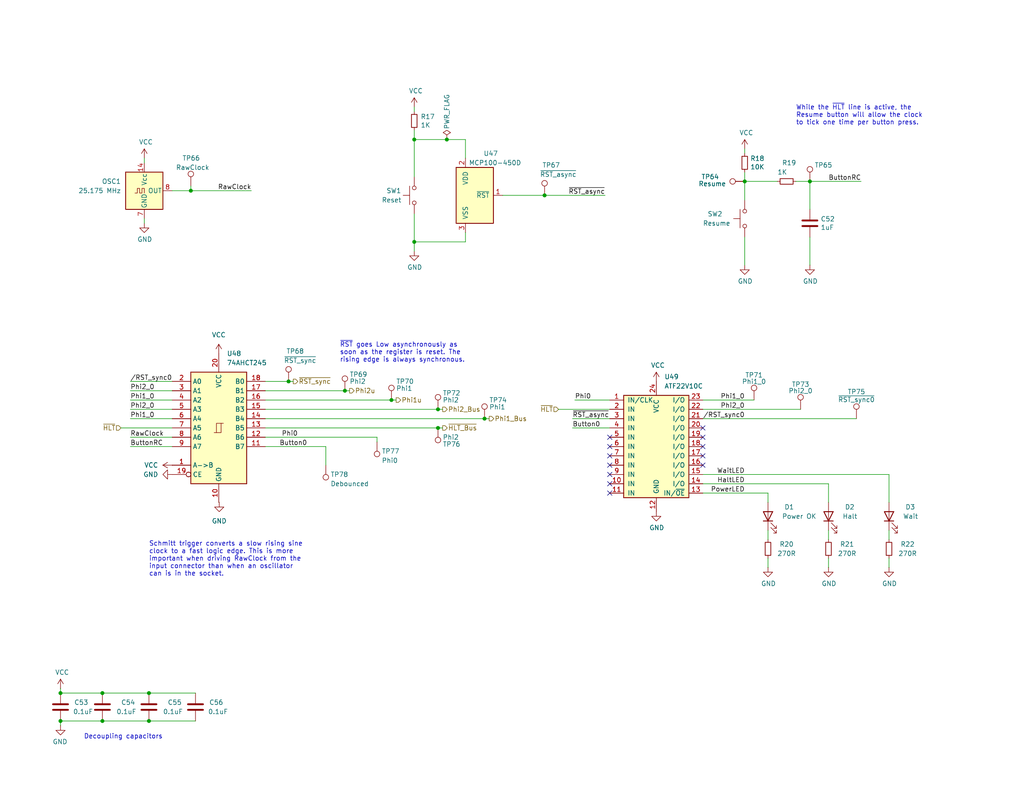
<source format=kicad_sch>
(kicad_sch (version 20250114) (generator "eeschema") (generator_version "9.0")
  (paper "USLetter")
  (title_block (title "Turtle16: Clock") (date "2025-07-11") (rev "A"))
  (lib_symbols
    (symbol "Connector:TestPoint" (pin_numbers (hide yes)) (pin_names (offset 0.762) (hide yes))
      (property "Reference" "TP" (at 0 6.858 0))
      (property "Value" "TestPoint" (at 0 5.08 0))
      (symbol "TestPoint_0_1"
        (circle (center 0 3.302) (radius 0.762))
      )
      (symbol "TestPoint_1_1"
        (pin passive line (at 0 0 90) (length 2.54) (name "1") (number "1"))
      )
    )
    (symbol "Device:C" (pin_numbers (hide yes)) (pin_names (offset 0.254))
      (property "Reference" "C" (at 0.635 2.54 0))
      (property "Value" "C" (at 0.635 -2.54 0))
      (symbol "C_0_1"
        (polyline (pts (xy -2.032 0.762) (xy 2.032 0.762)) (stroke (width 0.508)))
        (polyline (pts (xy -2.032 -0.762) (xy 2.032 -0.762)) (stroke (width 0.508)))
      )
      (symbol "C_1_1"
        (pin passive line (at 0 3.81 270) (length 2.794) (name "~") (number "1"))
        (pin passive line (at 0 -3.81 90) (length 2.794) (name "~") (number "2"))
      )
    )
    (symbol "Device:LED" (pin_numbers (hide yes)) (pin_names (offset 1.016) (hide yes))
      (property "Reference" "D" (at 0 2.54 0))
      (property "Value" "LED" (at 0 -2.54 0))
      (symbol "LED_0_1"
        (polyline (pts (xy -3.048 -0.762) (xy -4.572 -2.286) (xy -3.81 -2.286) (xy -4.572 -2.286) (xy -4.572 -1.524)))
        (polyline (pts (xy -1.778 -0.762) (xy -3.302 -2.286) (xy -2.54 -2.286) (xy -3.302 -2.286) (xy -3.302 -1.524)))
        (polyline (pts (xy -1.27 0) (xy 1.27 0)))
        (polyline (pts (xy -1.27 -1.27) (xy -1.27 1.27)) (stroke (width 0.254)))
        (polyline (pts (xy 1.27 -1.27) (xy 1.27 1.27) (xy -1.27 0) (xy 1.27 -1.27)) (stroke (width 0.254)))
      )
      (symbol "LED_1_1"
        (pin passive line (at -3.81 0 0) (length 2.54) (name "K") (number "1"))
        (pin passive line (at 3.81 0 180) (length 2.54) (name "A") (number "2"))
      )
    )
    (symbol "Device:R_Small" (pin_numbers (hide yes)) (pin_names (offset 0.254) (hide yes))
      (property "Reference" "R" (at 0 0 90))
      (property "Value" "R_Small" (at 1.778 0 90))
      (symbol "R_Small_0_1"
        (rectangle (start -0.762 1.778) (end 0.762 -1.778) (stroke (width 0.2032)))
      )
      (symbol "R_Small_1_1"
        (pin passive line (at 0 2.54 270) (length 0.762) (name "~") (number "1"))
        (pin passive line (at 0 -2.54 90) (length 0.762) (name "~") (number "2"))
      )
    )
    (symbol "Oscillator:ACO-xxxMHz" (pin_names (offset 0.254))
      (property "Reference" "Y" (at -5.08 6.35 0))
      (property "Value" "ACO-xxxMHz" (at 1.27 -6.35 0))
      (symbol "ACO-xxxMHz_0_1"
        (rectangle (start -5.08 5.08) (end 5.08 -5.08) (stroke (width 0.254)) (fill (type background)))
        (polyline (pts (xy -2.54 -0.635) (xy -1.905 -0.635) (xy -1.905 0.635) (xy -1.27 0.635) (xy -1.27 -0.635) (xy -0.635 -0.635) (xy -0.635 0.635) (xy 0 0.635) (xy 0 -0.635)))
      )
      (symbol "ACO-xxxMHz_1_1"
        (pin no_connect line (at -5.08 2.54 0) (length 2.54) (hide yes) (name "NC") (number "1"))
        (pin power_in line (at 0 7.62 270) (length 2.54) (name "Vcc") (number "14"))
        (pin power_in line (at 0 -7.62 90) (length 2.54) (name "GND") (number "7"))
        (pin output line (at 7.62 0 180) (length 2.54) (name "OUT") (number "8"))
      )
    )
    (symbol "Power_Supervisor:MCP100-450D" (pin_names (offset 1.016))
      (property "Reference" "U" (at 0 8.89 0))
      (property "Value" "MCP100-450D" (at -1.27 -8.89 0))
      (symbol "MCP100-450D_1_1"
        (rectangle (start -5.08 7.62) (end 5.08 -7.62) (stroke (width 0.254)) (fill (type background)))
        (pin power_in line (at -2.54 10.16 270) (length 2.54) (name "VDD") (number "2"))
        (pin power_in line (at -2.54 -10.16 90) (length 2.54) (name "VSS") (number "3"))
        (pin output line (at 7.62 0 180) (length 2.54) (name "~{RST}") (number "1"))
      )
    )
    (symbol "Switch:SW_Push" (pin_numbers (hide yes)) (pin_names (offset 1.016) (hide yes))
      (property "Reference" "SW" (at 1.27 2.54 0))
      (property "Value" "SW_Push" (at 0 -1.524 0))
      (symbol "SW_Push_0_1"
        (circle (center -2.032 0) (radius 0.508))
        (polyline (pts (xy 0 1.27) (xy 0 3.048)))
        (circle (center 2.032 0) (radius 0.508))
        (polyline (pts (xy 2.54 1.27) (xy -2.54 1.27)))
        (pin passive line (at -5.08 0 0) (length 2.54) (name "1") (number "1"))
        (pin passive line (at 5.08 0 180) (length 2.54) (name "2") (number "2"))
      )
    )
    (symbol "Turtle16:74AHCT245"
      (property "Reference" "U" (at 0 2.54 0))
      (property "Value" "74AHCT245" (at 0 2.54 0))
      (symbol "74AHCT245_1_0"
        (polyline (pts (xy -1.27 -1.27) (xy 0.635 -1.27) (xy 0.635 1.27) (xy 1.27 1.27)))
        (polyline (pts (xy -0.635 -1.27) (xy -0.635 1.27) (xy 0.635 1.27)))
        (pin tri_state line (at -12.7 12.7 0) (length 5.08) (name "A0") (number "2"))
        (pin tri_state line (at -12.7 10.16 0) (length 5.08) (name "A1") (number "3"))
        (pin tri_state line (at -12.7 7.62 0) (length 5.08) (name "A2") (number "4"))
        (pin tri_state line (at -12.7 5.08 0) (length 5.08) (name "A3") (number "5"))
        (pin tri_state line (at -12.7 2.54 0) (length 5.08) (name "A4") (number "6"))
        (pin tri_state line (at -12.7 0 0) (length 5.08) (name "A5") (number "7"))
        (pin tri_state line (at -12.7 -2.54 0) (length 5.08) (name "A6") (number "8"))
        (pin tri_state line (at -12.7 -5.08 0) (length 5.08) (name "A7") (number "9"))
        (pin input line (at -12.7 -10.16 0) (length 5.08) (name "A->B") (number "1"))
        (pin input inverted (at -12.7 -12.7 0) (length 5.08) (name "CE") (number "19"))
        (pin power_in line (at 0 20.32 270) (length 5.08) (name "VCC") (number "20"))
        (pin power_in line (at 0 -20.32 90) (length 5.08) (name "GND") (number "10"))
        (pin tri_state line (at 12.7 12.7 180) (length 5.08) (name "B0") (number "18"))
        (pin tri_state line (at 12.7 10.16 180) (length 5.08) (name "B1") (number "17"))
        (pin tri_state line (at 12.7 7.62 180) (length 5.08) (name "B2") (number "16"))
        (pin tri_state line (at 12.7 5.08 180) (length 5.08) (name "B3") (number "15"))
        (pin tri_state line (at 12.7 2.54 180) (length 5.08) (name "B4") (number "14"))
        (pin tri_state line (at 12.7 0 180) (length 5.08) (name "B5") (number "13"))
        (pin tri_state line (at 12.7 -2.54 180) (length 5.08) (name "B6") (number "12"))
        (pin tri_state line (at 12.7 -5.08 180) (length 5.08) (name "B7") (number "11"))
      )
      (symbol "74AHCT245_1_1"
        (rectangle (start -7.62 15.24) (end 7.62 -15.24) (stroke (width 0.254)) (fill (type background)))
      )
    )
    (symbol "Turtle16:ATF22V10C" (pin_names (offset 1.016))
      (symbol "ATF22V10C_1_1"
        (rectangle (start -8.89 -15.24) (end 8.89 12.7) (stroke (width 0.254)) (fill (type background)))
        (pin input line (at -12.7 11.43 0) (length 3.81) (name "IN/CLK") (number "1"))
        (pin input line (at -12.7 8.89 0) (length 3.81) (name "IN") (number "2"))
        (pin input line (at -12.7 6.35 0) (length 3.81) (name "IN") (number "3"))
        (pin input line (at -12.7 3.81 0) (length 3.81) (name "IN") (number "4"))
        (pin input line (at -12.7 1.27 0) (length 3.81) (name "IN") (number "5"))
        (pin input line (at -12.7 -1.27 0) (length 3.81) (name "IN") (number "6"))
        (pin input line (at -12.7 -3.81 0) (length 3.81) (name "IN") (number "7"))
        (pin input line (at -12.7 -6.35 0) (length 3.81) (name "IN") (number "8"))
        (pin input line (at -12.7 -8.89 0) (length 3.81) (name "IN") (number "9"))
        (pin input line (at -12.7 -11.43 0) (length 3.81) (name "IN") (number "10"))
        (pin input line (at -12.7 -13.97 0) (length 3.81) (name "IN") (number "11"))
        (pin power_in line (at 0 16.51 270) (length 3.81) (name "VCC") (number "24"))
        (pin power_in line (at 0 -19.05 90) (length 3.81) (name "GND") (number "12"))
        (pin passive line (at 12.7 11.43 180) (length 3.81) (name "I/O") (number "23"))
        (pin passive line (at 12.7 8.89 180) (length 3.81) (name "I/O") (number "22"))
        (pin passive line (at 12.7 6.35 180) (length 3.81) (name "I/O") (number "21"))
        (pin passive line (at 12.7 3.81 180) (length 3.81) (name "I/O") (number "20"))
        (pin passive line (at 12.7 1.27 180) (length 3.81) (name "I/O") (number "19"))
        (pin passive line (at 12.7 -1.27 180) (length 3.81) (name "I/O") (number "18"))
        (pin passive line (at 12.7 -3.81 180) (length 3.81) (name "I/O") (number "17"))
        (pin passive line (at 12.7 -6.35 180) (length 3.81) (name "I/O") (number "16"))
        (pin passive line (at 12.7 -8.89 180) (length 3.81) (name "I/O") (number "15"))
        (pin passive line (at 12.7 -11.43 180) (length 3.81) (name "I/O") (number "14"))
        (pin input line (at 12.7 -13.97 180) (length 3.81) (name "IN/~{OE}") (number "13"))
      )
    )
    (symbol "power:GND" (power) (pin_numbers (hide yes)) (pin_names (offset 0) (hide yes))
      (property "Value" "GND" (at 0 -3.81 0))
      (symbol "GND_0_1"
        (polyline (pts (xy 0 0) (xy 0 -1.27) (xy 1.27 -1.27) (xy 0 -2.54) (xy -1.27 -1.27) (xy 0 -1.27)))
      )
      (symbol "GND_1_1"
        (pin power_in line (at 0 0 270) (length 0) (name "~") (number "1"))
      )
    )
    (symbol "power:PWR_FLAG" (power) (pin_numbers (hide yes)) (pin_names (offset 0) (hide yes))
      (property "Value" "PWR_FLAG" (at 0 3.81 0))
      (symbol "PWR_FLAG_0_0"
        (pin power_out line (at 0 0 90) (length 0) (name "pwr") (number "1"))
      )
      (symbol "PWR_FLAG_0_1"
        (polyline (pts (xy 0 0) (xy 0 1.27) (xy -1.016 1.905) (xy 0 2.54) (xy 1.016 1.905) (xy 0 1.27)))
      )
    )
    (symbol "power:VCC" (power) (pin_numbers (hide yes)) (pin_names (offset 0) (hide yes))
      (property "Value" "VCC" (at 0 3.556 0))
      (symbol "VCC_0_1"
        (polyline (pts (xy -0.762 1.27) (xy 0 2.54)))
        (polyline (pts (xy 0 2.54) (xy 0.762 1.27)))
        (polyline (pts (xy 0 0) (xy 0 2.54)))
      )
      (symbol "VCC_1_1"
        (pin power_in line (at 0 0 90) (length 0) (name "~") (number "1"))
      )
    )
  )
  (text "~{RST} goes Low asynchronously as\nsoon as the register is reset. The\nrising edge is always synchronous." (at 92.71 99.06 0) (effects (font (size 1.27 1.27)) (justify left bottom)))
  (text "Schmitt trigger converts a slow rising sine\nclock to a fast logic edge. This is more\nimportant when driving RawClock from the\ninput connector than when an oscillator\ncan is in the socket." (at 40.64 157.48 0) (effects (font (size 1.27 1.27)) (justify left bottom)))
  (text "While the ~{HLT} line is active, the\nResume button will allow the clock\nto tick one time per button press." (at 217.17 34.29 0) (effects (font (size 1.27 1.27)) (justify left bottom)))
  (text "Decoupling capacitors" (at 22.86 201.93 0) (effects (font (size 1.27 1.27)) (justify left bottom)))
  (junction (at 148.59 53.34))
  (junction (at 106.807 109.22))
  (junction (at 16.51 189.23))
  (junction (at 119.507 116.84))
  (junction (at 121.92 38.1))
  (junction (at 220.98 49.53))
  (junction (at 52.07 52.07))
  (junction (at 203.2 49.53))
  (junction (at 27.94 196.85))
  (junction (at 27.94 189.23))
  (junction (at 40.64 196.85))
  (junction (at 16.51 196.85))
  (junction (at 94.107 106.68))
  (junction (at 78.74 104.14))
  (junction (at 113.03 66.04))
  (junction (at 119.507 111.76))
  (junction (at 113.03 38.1))
  (junction (at 132.207 114.3))
  (junction (at 40.64 189.23))
  (no_connect (at 166.37 119.38))
  (no_connect (at 166.37 132.08))
  (no_connect (at 166.37 127))
  (no_connect (at 166.37 121.92))
  (no_connect (at 191.77 116.84))
  (no_connect (at 166.37 134.62))
  (no_connect (at 191.77 119.38))
  (no_connect (at 191.77 124.46))
  (no_connect (at 191.77 121.92))
  (no_connect (at 166.37 124.46))
  (no_connect (at 191.77 127))
  (no_connect (at 166.37 129.54))
  (wire (pts (xy 209.55 134.62) (xy 209.55 137.16)))
  (wire (pts (xy 166.37 116.84) (xy 156.21 116.84)))
  (wire (pts (xy 156.21 114.3) (xy 166.37 114.3)))
  (wire (pts (xy 132.207 114.3) (xy 133.477 114.3)))
  (wire (pts (xy 209.55 144.78) (xy 209.55 147.32)))
  (wire (pts (xy 127 63.5) (xy 127 66.04)))
  (wire (pts (xy 242.57 129.54) (xy 242.57 137.16)))
  (wire (pts (xy 106.807 109.22) (xy 108.077 109.22)))
  (wire (pts (xy 166.37 111.76) (xy 152.4 111.76)))
  (wire (pts (xy 46.99 52.07) (xy 52.07 52.07)))
  (wire (pts (xy 121.92 38.1) (xy 127 38.1)))
  (wire (pts (xy 35.56 111.76) (xy 46.99 111.76)))
  (wire (pts (xy 113.03 38.1) (xy 121.92 38.1)))
  (wire (pts (xy 72.39 119.38) (xy 102.87 119.38)))
  (wire (pts (xy 137.16 53.34) (xy 148.59 53.34)))
  (wire (pts (xy 113.03 66.04) (xy 127 66.04)))
  (wire (pts (xy 72.39 109.22) (xy 106.807 109.22)))
  (wire (pts (xy 88.9 127) (xy 88.9 121.92)))
  (wire (pts (xy 209.55 152.4) (xy 209.55 154.94)))
  (wire (pts (xy 72.39 111.76) (xy 119.507 111.76)))
  (wire (pts (xy 203.2 64.77) (xy 203.2 72.39)))
  (wire (pts (xy 102.87 120.65) (xy 102.87 119.38)))
  (wire (pts (xy 217.17 49.53) (xy 220.98 49.53)))
  (wire (pts (xy 220.98 49.53) (xy 234.95 49.53)))
  (wire (pts (xy 33.02 116.84) (xy 46.99 116.84)))
  (wire (pts (xy 127 38.1) (xy 127 43.18)))
  (wire (pts (xy 35.56 109.22) (xy 46.99 109.22)))
  (wire (pts (xy 242.57 152.4) (xy 242.57 154.94)))
  (wire (pts (xy 52.07 52.07) (xy 68.58 52.07)))
  (wire (pts (xy 35.56 114.3) (xy 46.99 114.3)))
  (wire (pts (xy 191.77 132.08) (xy 226.06 132.08)))
  (wire (pts (xy 191.77 114.3) (xy 233.68 114.3)))
  (wire (pts (xy 191.77 109.22) (xy 205.74 109.22)))
  (wire (pts (xy 72.39 116.84) (xy 119.507 116.84)))
  (wire (pts (xy 78.74 104.14) (xy 80.01 104.14)))
  (wire (pts (xy 119.507 116.84) (xy 120.777 116.84)))
  (wire (pts (xy 148.59 53.34) (xy 165.1 53.34)))
  (wire (pts (xy 40.64 189.23) (xy 27.94 189.23)))
  (wire (pts (xy 156.845 109.22) (xy 166.37 109.22)))
  (wire (pts (xy 39.37 59.69) (xy 39.37 60.96)))
  (wire (pts (xy 94.107 106.68) (xy 95.377 106.68)))
  (wire (pts (xy 16.51 196.85) (xy 16.51 198.12)))
  (wire (pts (xy 113.03 58.42) (xy 113.03 66.04)))
  (wire (pts (xy 226.06 152.4) (xy 226.06 154.94)))
  (wire (pts (xy 226.06 132.08) (xy 226.06 137.16)))
  (wire (pts (xy 226.06 144.78) (xy 226.06 147.32)))
  (wire (pts (xy 27.94 189.23) (xy 16.51 189.23)))
  (wire (pts (xy 46.99 119.38) (xy 35.56 119.38)))
  (wire (pts (xy 203.2 46.99) (xy 203.2 49.53)))
  (wire (pts (xy 16.51 189.23) (xy 16.51 187.96)))
  (wire (pts (xy 191.77 134.62) (xy 209.55 134.62)))
  (wire (pts (xy 113.03 35.56) (xy 113.03 38.1)))
  (wire (pts (xy 72.39 114.3) (xy 132.207 114.3)))
  (wire (pts (xy 59.69 137.16) (xy 59.817 137.16)))
  (wire (pts (xy 72.39 121.92) (xy 88.9 121.92)))
  (wire (pts (xy 35.56 104.14) (xy 46.99 104.14)))
  (wire (pts (xy 220.98 64.77) (xy 220.98 72.39)))
  (wire (pts (xy 52.07 50.8) (xy 52.07 52.07)))
  (wire (pts (xy 40.64 189.23) (xy 53.34 189.23)))
  (wire (pts (xy 191.77 129.54) (xy 242.57 129.54)))
  (wire (pts (xy 113.03 38.1) (xy 113.03 48.26)))
  (wire (pts (xy 72.39 104.14) (xy 78.74 104.14)))
  (wire (pts (xy 220.98 57.15) (xy 220.98 49.53)))
  (wire (pts (xy 40.64 196.85) (xy 53.34 196.85)))
  (wire (pts (xy 113.03 66.04) (xy 113.03 68.58)))
  (wire (pts (xy 27.94 196.85) (xy 40.64 196.85)))
  (wire (pts (xy 113.03 29.21) (xy 113.03 30.48)))
  (wire (pts (xy 191.77 111.76) (xy 218.44 111.76)))
  (wire (pts (xy 72.39 106.68) (xy 94.107 106.68)))
  (wire (pts (xy 46.99 121.92) (xy 35.56 121.92)))
  (wire (pts (xy 212.09 49.53) (xy 203.2 49.53)))
  (wire (pts (xy 35.56 106.68) (xy 46.99 106.68)))
  (wire (pts (xy 203.2 49.53) (xy 203.2 54.61)))
  (wire (pts (xy 16.51 196.85) (xy 27.94 196.85)))
  (wire (pts (xy 203.2 40.64) (xy 203.2 41.91)))
  (wire (pts (xy 242.57 144.78) (xy 242.57 147.32)))
  (wire (pts (xy 119.507 111.76) (xy 120.777 111.76)))
  (wire (pts (xy 39.37 43.18) (xy 39.37 44.45)))
  (label "{slash}RST_sync0" (at 35.56 104.14 0))
  (label "Phi1_0" (at 35.56 109.22 0))
  (label "~{RST_async}" (at 156.21 114.3 0))
  (label "Phi2_0" (at 35.56 106.68 0))
  (label "RawClock" (at 35.56 119.38 0))
  (label "~{RST_async}" (at 165.1 53.34 180))
  (label "Button0" (at 83.82 121.92 180))
  (label "Phi2_0" (at 35.56 111.76 0))
  (label "WaitLED" (at 203.2 129.54 180))
  (label "{slash}RST_sync0" (at 203.2 114.3 180))
  (label "PowerLED" (at 203.2 134.62 180))
  (label "Phi1_0" (at 35.56 114.3 0))
  (label "Button0" (at 156.21 116.84 0))
  (label "Phi0" (at 156.845 109.22 0))
  (label "Phi1_0" (at 203.2 109.22 180))
  (label "Phi2_0" (at 203.2 111.76 180))
  (label "Phi0" (at 81.28 119.38 180))
  (label "ButtonRC" (at 234.95 49.53 180))
  (label "ButtonRC" (at 35.56 121.92 0))
  (label "HaltLED" (at 203.2 132.08 180))
  (label "RawClock" (at 68.58 52.07 180))
  (hierarchical_label "~{HLT_Bus}" (shape output) (at 120.777 116.84 0))
  (hierarchical_label "Phi2u" (shape output) (at 95.377 106.68 0))
  (hierarchical_label "~{RST_sync}" (shape output) (at 80.01 104.14 0))
  (hierarchical_label "Phi1u" (shape output) (at 108.077 109.22 0))
  (hierarchical_label "Phi1_Bus" (shape output) (at 133.477 114.3 0))
  (hierarchical_label "~{HLT}" (shape input) (at 33.02 116.84 180))
  (hierarchical_label "~{HLT}" (shape input) (at 152.4 111.76 180))
  (hierarchical_label "Phi2_Bus" (shape output) (at 120.777 111.76 0))
  (symbol (lib_id "power:GND") (at 59.817 137.16 0) (unit 1)
    (property "Reference" "#PWR01420" (effects (hide yes)))
    (property "Value" "GND" (at 59.817 142.24 0))
  )
  (symbol (lib_id "power:GND") (at 209.55 154.94 0) (unit 1)
    (property "Reference" "#PWR01412" (effects (hide yes)))
    (property "Value" "GND" (at 209.677 159.3342 0))
  )
  (symbol (lib_id "Connector:TestPoint") (at 203.2 49.53 90) (unit 1) (in_bom no)
    (property "Reference" "TP64" (at 196.215 48.26 90) (effects (justify left)))
    (property "Value" "Resume" (at 198.12 50.165 90) (effects (justify left)))
    (property "Footprint" "TestPoint:TestPoint_Pad_D1.0mm" (effects (hide yes)))
  )
  (symbol (lib_id "power:GND") (at 203.2 72.39 0) (unit 1)
    (property "Reference" "#PWR01416" (effects (hide yes)))
    (property "Value" "GND" (at 203.327 76.7842 0))
  )
  (symbol (lib_id "Device:C") (at 27.94 193.04 0) (unit 1)
    (property "Reference" "C54" (at 33.02 191.77 0) (effects (justify left)))
    (property "Value" "0.1uF" (at 31.75 194.31 0) (effects (justify left)))
    (property "Footprint" "Capacitor_SMD:C_0603_1608Metric" (effects (hide yes)))
    (property "Datasheet" "https://www.mouser.com/datasheet/2/396/taiyo_yuden_12132018_mlcc11_hq_e-1510082.pdf" (effects (hide yes)))
    (property "Manufacturer" "Taiyo Yuden" (effects (hide yes)))
    (property "Manufacturer#" "EMK107B7104KAHT" (effects (hide yes)))
    (property "Mouser#" "963-EMK107B7104KAHT" (effects (hide yes)))
    (property "Digikey#" "587-6004-1-ND" (effects (hide yes)))
  )
  (symbol (lib_id "Device:LED") (at 242.57 140.97 90) (unit 1)
    (property "Reference" "D3" (at 247.015 138.43 90) (effects (justify right)))
    (property "Value" "Wait" (at 246.38 140.97 90) (effects (justify right)))
    (property "Footprint" "LED_SMD:LED_0805_2012Metric" (effects (hide yes)))
    (property "Datasheet" "https://www.mouser.com/datasheet/2/216/ap2012serieskb-1173158.pdf" (effects (hide yes)))
    (property "Manufacturer" "Kingbright" (effects (hide yes)))
    (property "Manufacturer#" "AP2012ID" (effects (hide yes)))
    (property "Mouser#" "604-AP2012ID" (effects (hide yes)))
    (property "Digikey#" "754-AP2012ECCT-ND" (effects (hide yes)))
  )
  (symbol (lib_id "Connector:TestPoint") (at 94.107 106.68 0) (unit 1) (in_bom no)
    (property "Reference" "TP69" (at 95.377 102.235 0) (effects (justify left)))
    (property "Value" "Phi2" (at 95.377 104.14 0) (effects (justify left)))
    (property "Footprint" "TestPoint:TestPoint_Pad_D1.0mm" (effects (hide yes)))
  )
  (symbol (lib_id "Oscillator:ACO-xxxMHz") (at 39.37 52.07 0) (unit 1)
    (property "Reference" "OSC1" (at 33.02 49.53 0) (effects (justify right)))
    (property "Value" "25.175 MHz" (at 33.02 52.07 0) (effects (justify right)))
    (property "Footprint" "Oscillator:Oscillator_DIP-14" (effects (hide yes)))
    (property "Datasheet" "https://www.mouser.com/datasheet/2/35/14005-oscillator-socket-1225747.pdf" (effects (hide yes)))
    (property "Manufacturer" "Aries Electronics" (effects (hide yes)))
    (property "Manufacturer#" "1107741" (effects (hide yes)))
    (property "Mouser#" "535-1107741" (effects (hide yes)))
    (property "Digikey#" "A462-ND" (effects (hide yes)))
  )
  (symbol (lib_id "Device:R_Small") (at 242.57 149.86 0) (unit 1)
    (property "Reference" "R22" (at 247.65 148.59 0))
    (property "Value" "270R" (at 247.65 151.13 0))
    (property "Footprint" "Resistor_SMD:R_0603_1608Metric" (effects (hide yes)))
    (property "Datasheet" "https://www.mouser.com/datasheet/2/54/cr-1858361.pdf" (effects (hide yes)))
    (property "Manufacturer" "Bourns" (effects (hide yes)))
    (property "Manufacturer#" "CR0603-FX-2700ELF" (effects (hide yes)))
    (property "Mouser#" "652-CR0603FX-2700ELF" (effects (hide yes)))
    (property "Digikey#" "CR0603-FX-2700ELFCT-ND" (effects (hide yes)))
  )
  (symbol (lib_id "Device:LED") (at 226.06 140.97 90) (unit 1)
    (property "Reference" "D2" (at 230.505 138.43 90) (effects (justify right)))
    (property "Value" "Halt" (at 229.87 140.97 90) (effects (justify right)))
    (property "Footprint" "LED_SMD:LED_0805_2012Metric" (effects (hide yes)))
    (property "Datasheet" "https://www.mouser.com/datasheet/2/216/ap2012serieskb-1173158.pdf" (effects (hide yes)))
    (property "Manufacturer" "Kingbright" (effects (hide yes)))
    (property "Manufacturer#" "AP2012ID" (effects (hide yes)))
    (property "Mouser#" "604-AP2012ID" (effects (hide yes)))
    (property "Digikey#" "754-AP2012ECCT-ND" (effects (hide yes)))
  )
  (symbol (lib_id "Power_Supervisor:MCP100-450D") (at 129.54 53.34 0) (unit 1)
    (property "Reference" "U47" (at 135.89 41.91 0) (effects (justify right)))
    (property "Value" "MCP100-450D" (at 142.24 44.45 0) (effects (justify right)))
    (property "Footprint" "Package_TO_SOT_THT:TO-92" (effects (hide yes)))
    (property "Datasheet" "https://www.mouser.com/datasheet/2/268/11187f-68257.pdf" (effects (hide yes)))
    (property "Manufacturer" "Microchip Technology" (effects (hide yes)))
    (property "Manufacturer#" "MCP100-450DI/TO" (effects (hide yes)))
    (property "Mouser#" "579-MCP100-450DI/TO" (effects (hide yes)))
    (property "Digikey#" "MCP100-450DI/TO-ND" (effects (hide yes)))
  )
  (symbol (lib_id "Connector:TestPoint") (at 205.74 109.22 0) (unit 1) (in_bom no)
    (property "Reference" "TP71" (at 205.74 103.124 0) (effects (justify bottom)))
    (property "Value" "Phi1_0" (at 205.74 104.902 0) (effects (justify bottom)))
    (property "Footprint" "TestPoint:TestPoint_Pad_D1.0mm" (effects (hide yes)))
  )
  (symbol (lib_id "Connector:TestPoint") (at 148.59 53.34 0) (unit 1) (in_bom no)
    (property "Reference" "TP67" (at 147.955 45.085 0) (effects (justify left)))
    (property "Value" "~{RST_async}" (at 147.32 47.625 0) (effects (justify left)))
    (property "Footprint" "TestPoint:TestPoint_Pad_D1.0mm" (effects (hide yes)))
  )
  (symbol (lib_id "Connector:TestPoint") (at 119.507 111.76 0) (unit 1) (in_bom no)
    (property "Reference" "TP72" (at 120.777 107.315 0) (effects (justify left)))
    (property "Value" "Phi2" (at 120.777 109.22 0) (effects (justify left)))
    (property "Footprint" "TestPoint:TestPoint_Pad_D1.0mm" (effects (hide yes)))
  )
  (symbol (lib_id "Connector:TestPoint") (at 220.98 49.53 0) (unit 1) (in_bom no)
    (property "Reference" "TP65" (at 222.25 45.085 0) (effects (justify left)))
    (property "Value" "TP" (effects (hide yes)))
    (property "Footprint" "TestPoint:TestPoint_Pad_D1.0mm" (effects (hide yes)))
  )
  (symbol (lib_id "Device:LED") (at 209.55 140.97 90) (unit 1)
    (property "Reference" "D1" (at 213.995 138.43 90) (effects (justify right)))
    (property "Value" "Power OK" (at 213.36 140.97 90) (effects (justify right)))
    (property "Footprint" "LED_SMD:LED_0805_2012Metric" (effects (hide yes)))
    (property "Datasheet" "https://www.mouser.com/datasheet/2/216/ap2012serieskb-1173158.pdf" (effects (hide yes)))
    (property "Manufacturer" "Kingbright" (effects (hide yes)))
    (property "Manufacturer#" "AP2012ID" (effects (hide yes)))
    (property "Mouser#" "604-AP2012ID" (effects (hide yes)))
    (property "Digikey#" "754-AP2012ECCT-ND" (effects (hide yes)))
  )
  (symbol (lib_id "Device:C") (at 53.34 193.04 0) (mirror y) (unit 1)
    (property "Reference" "C56" (at 60.96 191.77 0) (effects (justify left)))
    (property "Value" "0.1uF" (at 62.23 194.31 0) (effects (justify left)))
    (property "Footprint" "Capacitor_SMD:C_0603_1608Metric" (effects (hide yes)))
    (property "Datasheet" "https://www.mouser.com/datasheet/2/396/taiyo_yuden_12132018_mlcc11_hq_e-1510082.pdf" (effects (hide yes)))
    (property "Manufacturer" "Taiyo Yuden" (effects (hide yes)))
    (property "Manufacturer#" "EMK107B7104KAHT" (effects (hide yes)))
    (property "Mouser#" "963-EMK107B7104KAHT" (effects (hide yes)))
    (property "Digikey#" "587-6004-1-ND" (effects (hide yes)))
  )
  (symbol (lib_id "power:VCC") (at 59.69 96.52 0) (unit 1)
    (property "Reference" "#PWR01415" (effects (hide yes)))
    (property "Value" "VCC" (at 59.69 91.44 0))
  )
  (symbol (lib_id "power:VCC") (at 46.99 127 90) (unit 1)
    (property "Reference" "#PWR01422" (effects (hide yes)))
    (property "Value" "VCC" (at 43.18 127 90) (effects (justify left)))
  )
  (symbol (lib_id "Device:R_Small") (at 214.63 49.53 270) (unit 1)
    (property "Reference" "R19" (at 213.36 44.45 90) (effects (justify left)))
    (property "Value" "1K" (at 212.09 46.99 90) (effects (justify left)))
    (property "Footprint" "Resistor_SMD:R_0603_1608Metric" (effects (hide yes)))
    (property "Datasheet" "https://www.mouser.com/datasheet/2/54/cr-1858361.pdf" (effects (hide yes)))
    (property "Manufacturer" "Bourns" (effects (hide yes)))
    (property "Manufacturer#" "CR0603-FX-1001ELF" (effects (hide yes)))
    (property "Mouser#" "652-CR0603FX-1001ELF" (effects (hide yes)))
    (property "Digikey#" "CR0603-FX-1001ELFCT-ND" (effects (hide yes)))
  )
  (symbol (lib_id "power:GND") (at 220.98 72.39 0) (unit 1)
    (property "Reference" "#PWR01417" (effects (hide yes)))
    (property "Value" "GND" (at 221.107 76.7842 0))
  )
  (symbol (lib_id "Connector:TestPoint") (at 88.9 127 0) (mirror x) (unit 1) (in_bom no)
    (property "Reference" "TP78" (at 90.17 129.54 0) (effects (justify left)))
    (property "Value" "Debounced" (at 90.17 132.08 0) (effects (justify left)))
    (property "Footprint" "TestPoint:TestPoint_Pad_D1.0mm" (effects (hide yes)))
  )
  (symbol (lib_id "power:GND") (at 113.03 68.58 0) (unit 1)
    (property "Reference" "#PWR01425" (effects (hide yes)))
    (property "Value" "GND" (at 113.157 72.9742 0))
  )
  (symbol (lib_id "Device:C") (at 40.64 193.04 0) (unit 1)
    (property "Reference" "C55" (at 45.72 191.77 0) (effects (justify left)))
    (property "Value" "0.1uF" (at 44.45 194.31 0) (effects (justify left)))
    (property "Footprint" "Capacitor_SMD:C_0603_1608Metric" (effects (hide yes)))
    (property "Datasheet" "https://www.mouser.com/datasheet/2/396/taiyo_yuden_12132018_mlcc11_hq_e-1510082.pdf" (effects (hide yes)))
    (property "Manufacturer" "Taiyo Yuden" (effects (hide yes)))
    (property "Manufacturer#" "EMK107B7104KAHT" (effects (hide yes)))
    (property "Mouser#" "963-EMK107B7104KAHT" (effects (hide yes)))
    (property "Digikey#" "587-6004-1-ND" (effects (hide yes)))
  )
  (symbol (lib_id "Device:R_Small") (at 203.2 44.45 0) (unit 1)
    (property "Reference" "R18" (at 204.6986 43.2816 0) (effects (justify left)))
    (property "Value" "10K" (at 204.6986 45.593 0) (effects (justify left)))
    (property "Footprint" "Resistor_SMD:R_0603_1608Metric" (effects (hide yes)))
    (property "Datasheet" "https://www.mouser.com/datasheet/2/54/cr-1858361.pdf" (effects (hide yes)))
    (property "Manufacturer" "Bourns" (effects (hide yes)))
    (property "Manufacturer#" "CR0603-FX-1002ELF" (effects (hide yes)))
    (property "Mouser#" "652-CR0603FX-1002ELF" (effects (hide yes)))
    (property "Digikey#" "CR0603-FX-1002ELFCT-N" (effects (hide yes)))
  )
  (symbol (lib_id "power:VCC") (at 113.03 29.21 0) (unit 1)
    (property "Reference" "#PWR01418" (effects (hide yes)))
    (property "Value" "VCC" (at 113.4618 24.8158 0))
  )
  (symbol (lib_id "Switch:SW_Push") (at 113.03 53.34 90) (unit 1)
    (property "Reference" "SW1" (at 105.41 52.07 90) (effects (justify right)))
    (property "Value" "Reset" (at 104.14 54.61 90) (effects (justify right)))
    (property "Footprint" "Button_Switch_THT:SW_PUSH_6mm_H5mm" (effects (hide yes)))
  )
  (symbol (lib_id "power:GND") (at 179.07 139.7 0) (unit 1)
    (property "Reference" "#PWR01426" (effects (hide yes)))
    (property "Value" "GND" (at 179.197 144.0942 0))
  )
  (symbol (lib_id "Connector:TestPoint") (at 119.507 116.84 0) (mirror x) (unit 1) (in_bom no)
    (property "Reference" "TP76" (at 120.777 121.285 0) (effects (justify left)))
    (property "Value" "Phi2" (at 120.777 119.38 0) (effects (justify left)))
    (property "Footprint" "TestPoint:TestPoint_Pad_D1.0mm" (effects (hide yes)))
  )
  (symbol (lib_id "power:PWR_FLAG") (at 121.92 38.1 0) (unit 1)
    (property "Reference" "#FLG03" (effects (hide yes)))
    (property "Value" "PWR_FLAG" (at 121.92 30.48 90))
  )
  (symbol (lib_id "Device:C") (at 16.51 193.04 0) (mirror y) (unit 1)
    (property "Reference" "C53" (at 24.13 191.77 0) (effects (justify left)))
    (property "Value" "0.1uF" (at 25.4 194.31 0) (effects (justify left)))
    (property "Footprint" "Capacitor_SMD:C_0603_1608Metric" (effects (hide yes)))
    (property "Datasheet" "https://www.mouser.com/datasheet/2/396/taiyo_yuden_12132018_mlcc11_hq_e-1510082.pdf" (effects (hide yes)))
    (property "Manufacturer" "Taiyo Yuden" (effects (hide yes)))
    (property "Manufacturer#" "EMK107B7104KAHT" (effects (hide yes)))
    (property "Mouser#" "963-EMK107B7104KAHT" (effects (hide yes)))
    (property "Digikey#" "587-6004-1-ND" (effects (hide yes)))
  )
  (symbol (lib_id "power:GND") (at 226.06 154.94 0) (unit 1)
    (property "Reference" "#PWR01411" (effects (hide yes)))
    (property "Value" "GND" (at 226.187 159.3342 0))
  )
  (symbol (lib_id "Connector:TestPoint") (at 106.807 109.22 0) (unit 1) (in_bom no)
    (property "Reference" "TP70" (at 108.077 104.14 0) (effects (justify left)))
    (property "Value" "Phi1" (at 108.077 106.045 0) (effects (justify left)))
    (property "Footprint" "TestPoint:TestPoint_Pad_D1.0mm" (effects (hide yes)))
  )
  (symbol (lib_id "Switch:SW_Push") (at 203.2 59.69 90) (unit 1)
    (property "Reference" "SW2" (at 193.04 58.42 90) (effects (justify right)))
    (property "Value" "Resume" (at 191.77 60.96 90) (effects (justify right)))
    (property "Footprint" "Button_Switch_THT:SW_PUSH_6mm_H5mm" (effects (hide yes)))
  )
  (symbol (lib_id "power:GND") (at 16.51 198.12 0) (mirror y) (unit 1)
    (property "Reference" "#PWR01424" (effects (hide yes)))
    (property "Value" "GND" (at 16.383 202.5142 0))
  )
  (symbol (lib_id "Device:C") (at 220.98 60.96 0) (unit 1)
    (property "Reference" "C52" (at 223.901 59.7916 0) (effects (justify left)))
    (property "Value" "1uF" (at 223.901 62.103 0) (effects (justify left)))
    (property "Footprint" "Capacitor_SMD:C_0603_1608Metric" (effects (hide yes)))
    (property "Datasheet" "https://www.mouser.com/datasheet/2/54/cr-1858361.pdf" (effects (hide yes)))
    (property "Manufacturer" "Bourns" (effects (hide yes)))
    (property "Manufacturer#" "CR0603-FX-2700ELF" (effects (hide yes)))
    (property "Mouser#" "652-CR0603FX-2700ELF" (effects (hide yes)))
    (property "Digikey#" "CR0603-FX-2700ELFCT-ND" (effects (hide yes)))
  )
  (symbol (lib_id "Connector:TestPoint") (at 132.207 114.3 0) (unit 1) (in_bom no)
    (property "Reference" "TP74" (at 133.477 109.22 0) (effects (justify left)))
    (property "Value" "Phi1" (at 133.477 111.125 0) (effects (justify left)))
    (property "Footprint" "TestPoint:TestPoint_Pad_D1.0mm" (effects (hide yes)))
  )
  (symbol (lib_id "Connector:TestPoint") (at 102.87 120.65 0) (mirror x) (unit 1) (in_bom no)
    (property "Reference" "TP77" (at 104.14 123.19 0) (effects (justify left)))
    (property "Value" "Phi0" (at 104.14 125.73 0) (effects (justify left)))
    (property "Footprint" "TestPoint:TestPoint_Pad_D1.0mm" (effects (hide yes)))
  )
  (symbol (lib_id "Connector:TestPoint") (at 78.74 104.14 0) (unit 1) (in_bom no)
    (property "Reference" "TP68" (at 78.105 95.885 0) (effects (justify left)))
    (property "Value" "~{RST_sync}" (at 77.47 98.425 0) (effects (justify left)))
    (property "Footprint" "TestPoint:TestPoint_Pad_D1.0mm" (effects (hide yes)))
  )
  (symbol (lib_id "Turtle16:ATF22V10C") (at 179.07 120.65 0) (unit 1)
    (property "Reference" "U49" (at 181.2641 102.87 0) (effects (justify left)))
    (property "Value" "ATF22V10C" (at 181.2641 105.41 0) (effects (justify left)))
    (property "Footprint" "Package_DIP:DIP-24_W7.62mm_Socket" (effects (hide yes)))
    (property "Datasheet" "https://www.mouser.com/datasheet/2/268/doc0735-1369018.pdf" (effects (hide yes)))
    (property "Manufacturer" "Microchip Technology" (effects (hide yes)))
    (property "Manufacturer#" "ATF22V10C-7PX" (effects (hide yes)))
    (property "Mouser#" "556-AF22V10C7PX" (effects (hide yes)))
    (property "Digikey#" "ATF22V10C-7PX-ND" (effects (hide yes)))
  )
  (symbol (lib_id "Device:R_Small") (at 209.55 149.86 0) (unit 1)
    (property "Reference" "R20" (at 214.63 148.59 0))
    (property "Value" "270R" (at 214.63 151.13 0))
    (property "Footprint" "Resistor_SMD:R_0603_1608Metric" (effects (hide yes)))
    (property "Datasheet" "https://www.mouser.com/datasheet/2/54/cr-1858361.pdf" (effects (hide yes)))
    (property "Manufacturer" "Bourns" (effects (hide yes)))
    (property "Manufacturer#" "CR0603-FX-2700ELF" (effects (hide yes)))
    (property "Mouser#" "652-CR0603FX-2700ELF" (effects (hide yes)))
    (property "Digikey#" "CR0603-FX-2700ELFCT-ND" (effects (hide yes)))
  )
  (symbol (lib_id "Turtle16:74AHCT245") (at 59.69 116.84 0) (unit 1)
    (property "Reference" "U48" (at 61.8841 96.52 0) (effects (justify left)))
    (property "Value" "74AHCT245" (at 61.8841 99.06 0) (effects (justify left)))
    (property "Footprint" "Package_SO:TSSOP-20_4.4x6.5mm_P0.65mm" (effects (hide yes)))
    (property "Datasheet" "https://www.ti.com/general/docs/suppproductinfo.tsp?distId=26&gotoUrl=https://www.ti.com/lit/gpn/sn74ahct245" (effects (hide yes)))
    (property "Manufacturer" "Texas Instruments" (effects (hide yes)))
    (property "Manufacturer#" "SN74AHCT245PWR" (effects (hide yes)))
    (property "Mouser#" "595-SN74AHCT245PWR" (effects (hide yes)))
    (property "Digikey#" "296-1118-1-ND" (effects (hide yes)))
  )
  (symbol (lib_id "power:GND") (at 39.37 60.96 0) (unit 1)
    (property "Reference" "#PWR01413" (effects (hide yes)))
    (property "Value" "GND" (at 39.497 65.3542 0))
  )
  (symbol (lib_id "power:VCC") (at 203.2 40.64 0) (unit 1)
    (property "Reference" "#PWR01419" (effects (hide yes)))
    (property "Value" "VCC" (at 203.6318 36.2458 0))
  )
  (symbol (lib_id "Device:R_Small") (at 113.03 33.02 0) (unit 1)
    (property "Reference" "R17" (at 114.7572 31.8516 0) (effects (justify left)))
    (property "Value" "1K" (at 114.7572 34.163 0) (effects (justify left)))
    (property "Footprint" "Resistor_SMD:R_0603_1608Metric" (effects (hide yes)))
    (property "Datasheet" "https://www.mouser.com/datasheet/2/54/cr-1858361.pdf" (effects (hide yes)))
    (property "Manufacturer" "Bourns" (effects (hide yes)))
    (property "Manufacturer#" "CR0603-FX-1002ELF" (effects (hide yes)))
    (property "Mouser#" "652-CR0603FX-1002ELF" (effects (hide yes)))
    (property "Digikey#" "CR0603-FX-1002ELFCT-ND" (effects (hide yes)))
  )
  (symbol (lib_id "Connector:TestPoint") (at 52.07 50.8 0) (mirror y) (unit 1) (in_bom no)
    (property "Reference" "TP66" (at 54.61 43.18 0) (effects (justify left)))
    (property "Value" "RawClock" (at 57.15 45.72 0) (effects (justify left)))
    (property "Footprint" "TestPoint:TestPoint_Pad_D1.0mm" (effects (hide yes)))
  )
  (symbol (lib_id "power:GND") (at 46.99 129.54 270) (unit 1)
    (property "Reference" "#PWR01423" (effects (hide yes)))
    (property "Value" "GND" (at 43.18 129.54 90) (effects (justify right)))
  )
  (symbol (lib_id "power:VCC") (at 16.51 187.96 0) (unit 1)
    (property "Reference" "#PWR01421" (effects (hide yes)))
    (property "Value" "VCC" (at 16.9418 183.5658 0))
  )
  (symbol (lib_id "Connector:TestPoint") (at 233.68 114.3 0) (unit 1) (in_bom no)
    (property "Reference" "TP75" (at 233.68 107.696 0) (effects (justify bottom)))
    (property "Value" "~{RST_sync0}" (at 233.68 109.982 0) (effects (justify bottom)))
    (property "Footprint" "TestPoint:TestPoint_Pad_D1.0mm" (effects (hide yes)))
  )
  (symbol (lib_id "Device:R_Small") (at 226.06 149.86 0) (unit 1)
    (property "Reference" "R21" (at 231.14 148.59 0))
    (property "Value" "270R" (at 231.14 151.13 0))
    (property "Footprint" "Resistor_SMD:R_0603_1608Metric" (effects (hide yes)))
    (property "Datasheet" "https://www.mouser.com/datasheet/2/54/cr-1858361.pdf" (effects (hide yes)))
    (property "Manufacturer" "Bourns" (effects (hide yes)))
    (property "Manufacturer#" "CR0603-FX-2700ELF" (effects (hide yes)))
    (property "Mouser#" "652-CR0603FX-2700ELF" (effects (hide yes)))
    (property "Digikey#" "CR0603-FX-2700ELFCT-ND" (effects (hide yes)))
  )
  (symbol (lib_id "power:GND") (at 242.57 154.94 0) (unit 1)
    (property "Reference" "#PWR01410" (effects (hide yes)))
    (property "Value" "GND" (at 242.697 159.3342 0))
  )
  (symbol (lib_id "Connector:TestPoint") (at 218.44 111.76 0) (mirror y) (unit 1) (in_bom no)
    (property "Reference" "TP73" (at 218.44 105.664 0) (effects (justify bottom)))
    (property "Value" "Phi2_0" (at 218.44 107.442 0) (effects (justify bottom)))
    (property "Footprint" "TestPoint:TestPoint_Pad_D1.0mm" (effects (hide yes)))
  )
  (symbol (lib_id "power:VCC") (at 179.07 104.14 0) (unit 1)
    (property "Reference" "#PWR01427" (effects (hide yes)))
    (property "Value" "VCC" (at 179.5018 99.7458 0))
  )
  (symbol (lib_id "power:VCC") (at 39.37 43.18 0) (unit 1)
    (property "Reference" "#PWR01414" (effects (hide yes)))
    (property "Value" "VCC" (at 39.8018 38.7858 0))
  )
)
</source>
